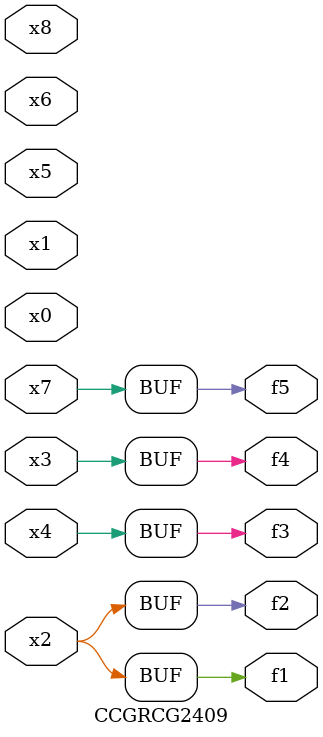
<source format=v>
module CCGRCG2409(
	input x0, x1, x2, x3, x4, x5, x6, x7, x8,
	output f1, f2, f3, f4, f5
);
	assign f1 = x2;
	assign f2 = x2;
	assign f3 = x4;
	assign f4 = x3;
	assign f5 = x7;
endmodule

</source>
